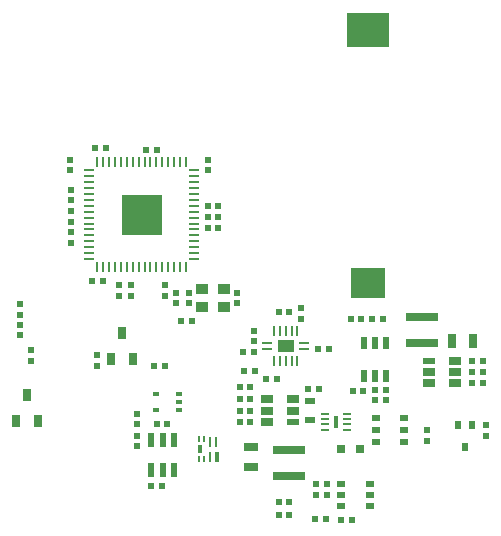
<source format=gbp>
G04*
G04 #@! TF.GenerationSoftware,Altium Limited,Altium Designer,21.2.2 (38)*
G04*
G04 Layer_Color=128*
%FSLAX44Y44*%
%MOMM*%
G71*
G04*
G04 #@! TF.SameCoordinates,7819C684-4886-4163-8357-BFC2EAAA6F51*
G04*
G04*
G04 #@! TF.FilePolarity,Positive*
G04*
G01*
G75*
%ADD24R,0.5500X0.5500*%
%ADD29R,0.5500X0.5500*%
%ADD54R,0.9500X0.5500*%
%ADD117R,0.8000X0.8000*%
%ADD151R,0.6500X1.0600*%
%ADD153R,0.9000X0.2400*%
%ADD154R,0.2400X0.9000*%
%ADD155R,1.4000X1.0000*%
%ADD156R,2.7000X0.8000*%
%ADD157R,1.0600X0.6500*%
%ADD158R,1.0600X0.6000*%
%ADD163R,0.7000X1.3000*%
%ADD164R,0.6000X1.0500*%
%ADD165R,0.5600X0.6500*%
%ADD166R,0.7000X0.2500*%
%ADD168R,3.6000X3.0000*%
%ADD169R,3.0000X2.6000*%
%ADD170R,0.6200X1.2200*%
%ADD171R,0.5000X0.4000*%
%ADD172O,0.2500X0.8500*%
%ADD173O,0.8500X0.2500*%
%ADD175R,1.0000X0.9000*%
%ADD176R,1.3000X0.7000*%
%ADD177R,0.6990X0.5080*%
%ADD178R,0.8000X0.5500*%
%ADD207R,0.3400X0.9400*%
%ADD208R,0.2400X0.9400*%
%ADD209R,0.2400X0.5400*%
%ADD210R,0.3800X0.6400*%
%ADD211R,0.4000X1.1300*%
%ADD212R,3.3500X3.3500*%
D24*
X92609Y155249D02*
D03*
Y164249D02*
D03*
X82753Y194014D02*
D03*
Y203014D02*
D03*
X383500Y130500D02*
D03*
Y121500D02*
D03*
X393000Y130500D02*
D03*
Y121500D02*
D03*
X148000Y150750D02*
D03*
Y159750D02*
D03*
X126000Y263750D02*
D03*
Y254750D02*
D03*
X214750Y203750D02*
D03*
Y212750D02*
D03*
X167250Y210250D02*
D03*
Y219250D02*
D03*
X281500Y171500D02*
D03*
Y180500D02*
D03*
X205500Y219000D02*
D03*
Y210000D02*
D03*
X226500Y212750D02*
D03*
Y203750D02*
D03*
X266500Y203750D02*
D03*
Y212750D02*
D03*
X427750Y96250D02*
D03*
Y87250D02*
D03*
X182250Y101250D02*
D03*
Y110250D02*
D03*
X182250Y82750D02*
D03*
Y91750D02*
D03*
X242250Y316250D02*
D03*
Y325250D02*
D03*
X177000Y210250D02*
D03*
Y219250D02*
D03*
X82753Y176500D02*
D03*
Y185500D02*
D03*
X126000Y272750D02*
D03*
Y281750D02*
D03*
X126000Y290750D02*
D03*
Y299750D02*
D03*
X125250Y325250D02*
D03*
Y316250D02*
D03*
X320750Y199750D02*
D03*
Y190750D02*
D03*
X477250Y100750D02*
D03*
Y91750D02*
D03*
D29*
X146499Y335011D02*
D03*
X155499D02*
D03*
X241999Y267511D02*
D03*
X250999D02*
D03*
X278000Y133000D02*
D03*
X269000D02*
D03*
X311000Y35250D02*
D03*
X302000D02*
D03*
X466000Y154875D02*
D03*
X475000D02*
D03*
X475000Y145375D02*
D03*
X466000D02*
D03*
X475000Y135965D02*
D03*
X466000D02*
D03*
X390250Y190500D02*
D03*
X381250D02*
D03*
X372000Y190500D02*
D03*
X363000D02*
D03*
X373750Y129250D02*
D03*
X364750D02*
D03*
X327000Y131000D02*
D03*
X336000D02*
D03*
X205750Y151000D02*
D03*
X196750D02*
D03*
X272000Y162750D02*
D03*
X281000D02*
D03*
X198750Y101500D02*
D03*
X207750D02*
D03*
X199000Y333750D02*
D03*
X190000D02*
D03*
X273000Y146250D02*
D03*
X282000D02*
D03*
X242000Y285750D02*
D03*
X251000D02*
D03*
X251000Y276500D02*
D03*
X242000D02*
D03*
X144000Y222500D02*
D03*
X153000D02*
D03*
X269000Y103250D02*
D03*
X278000D02*
D03*
X269000Y112750D02*
D03*
X278000D02*
D03*
Y122250D02*
D03*
X269000D02*
D03*
X194250Y48750D02*
D03*
X203250D02*
D03*
X228750Y188500D02*
D03*
X219750D02*
D03*
X344500Y165000D02*
D03*
X335500D02*
D03*
X291500Y139250D02*
D03*
X300500D02*
D03*
X311250Y196000D02*
D03*
X302250D02*
D03*
X334000Y41500D02*
D03*
X343000D02*
D03*
X334000Y51000D02*
D03*
X343000D02*
D03*
X311000Y24750D02*
D03*
X302000D02*
D03*
X364000Y20250D02*
D03*
X355000D02*
D03*
X341750Y21250D02*
D03*
X332750D02*
D03*
D54*
X328250Y104750D02*
D03*
Y120750D02*
D03*
D117*
X371000Y80500D02*
D03*
X355000D02*
D03*
D151*
X98500Y103880D02*
D03*
X79500D02*
D03*
X89000Y125880D02*
D03*
X169500Y178500D02*
D03*
X160000Y156500D02*
D03*
X179000D02*
D03*
D153*
X323500Y170000D02*
D03*
Y165000D02*
D03*
X292500Y170000D02*
D03*
Y165000D02*
D03*
D154*
X298000Y154500D02*
D03*
X303000D02*
D03*
X313000D02*
D03*
X318000D02*
D03*
Y180500D02*
D03*
X313000D02*
D03*
X298000D02*
D03*
X303000D02*
D03*
X308000D02*
D03*
Y154500D02*
D03*
D155*
Y167500D02*
D03*
D156*
X423750Y169750D02*
D03*
Y191750D02*
D03*
X310750Y79500D02*
D03*
Y57500D02*
D03*
D157*
X451181Y154875D02*
D03*
Y135875D02*
D03*
X429181D02*
D03*
Y145375D02*
D03*
X451181D02*
D03*
X292500Y112750D02*
D03*
X314500D02*
D03*
Y122250D02*
D03*
X292500D02*
D03*
Y103250D02*
D03*
D158*
X429181Y154875D02*
D03*
X314500Y103250D02*
D03*
D163*
X449250Y171500D02*
D03*
X466250D02*
D03*
D164*
X374000Y170250D02*
D03*
X383500D02*
D03*
X393000D02*
D03*
Y141750D02*
D03*
X383500D02*
D03*
X374000D02*
D03*
D165*
X459750Y81750D02*
D03*
X453550Y100750D02*
D03*
X465950D02*
D03*
D166*
X341250Y110250D02*
D03*
Y105750D02*
D03*
Y101250D02*
D03*
Y96750D02*
D03*
X359750D02*
D03*
Y101250D02*
D03*
Y110250D02*
D03*
Y105750D02*
D03*
D168*
X378000Y435251D02*
D03*
D169*
Y221251D02*
D03*
D170*
X213250Y62150D02*
D03*
Y88350D02*
D03*
X194250D02*
D03*
Y62150D02*
D03*
X203750Y88350D02*
D03*
Y62150D02*
D03*
D171*
X217500Y120000D02*
D03*
Y113500D02*
D03*
Y126500D02*
D03*
X198500D02*
D03*
Y113500D02*
D03*
D172*
X223500Y234500D02*
D03*
X218500D02*
D03*
X213500D02*
D03*
X208500D02*
D03*
X203500D02*
D03*
X198500D02*
D03*
X193500D02*
D03*
X188500D02*
D03*
X183500D02*
D03*
X178500D02*
D03*
X173500D02*
D03*
X168500D02*
D03*
X163500D02*
D03*
X158500D02*
D03*
X153500D02*
D03*
X148500D02*
D03*
Y323000D02*
D03*
X153500D02*
D03*
X158500D02*
D03*
X163500D02*
D03*
X168500D02*
D03*
X173500D02*
D03*
X178500D02*
D03*
X183500D02*
D03*
X188500D02*
D03*
X193500D02*
D03*
X198500D02*
D03*
X203500D02*
D03*
X208500D02*
D03*
X213500D02*
D03*
X218500D02*
D03*
X223500D02*
D03*
D173*
X141750Y241250D02*
D03*
Y246250D02*
D03*
Y251250D02*
D03*
Y256250D02*
D03*
Y261250D02*
D03*
Y266250D02*
D03*
Y271250D02*
D03*
Y276250D02*
D03*
Y281250D02*
D03*
Y286250D02*
D03*
Y291250D02*
D03*
Y296250D02*
D03*
Y301250D02*
D03*
Y306250D02*
D03*
Y311250D02*
D03*
Y316250D02*
D03*
X230250D02*
D03*
Y311250D02*
D03*
Y306250D02*
D03*
Y301250D02*
D03*
Y296250D02*
D03*
Y291250D02*
D03*
Y286250D02*
D03*
Y281250D02*
D03*
Y276250D02*
D03*
Y271250D02*
D03*
Y266250D02*
D03*
Y261250D02*
D03*
Y256250D02*
D03*
Y251250D02*
D03*
Y246250D02*
D03*
Y241250D02*
D03*
D175*
X255750Y216000D02*
D03*
X237250D02*
D03*
X255750Y200500D02*
D03*
X237250D02*
D03*
D176*
X278750Y64750D02*
D03*
Y81750D02*
D03*
D177*
X384870Y86650D02*
D03*
X408130D02*
D03*
Y106850D02*
D03*
X384870D02*
D03*
Y96750D02*
D03*
X408130D02*
D03*
D178*
X379000Y41500D02*
D03*
Y51000D02*
D03*
Y32000D02*
D03*
X355000D02*
D03*
Y41500D02*
D03*
Y51000D02*
D03*
D207*
X249750Y73500D02*
D03*
D208*
X244250Y86500D02*
D03*
X249250D02*
D03*
X244250Y73500D02*
D03*
D209*
X239250Y88500D02*
D03*
X234250D02*
D03*
X239250Y71500D02*
D03*
X234250D02*
D03*
D210*
X235450Y80000D02*
D03*
D211*
X350500Y103500D02*
D03*
D212*
X186000Y278750D02*
D03*
M02*

</source>
